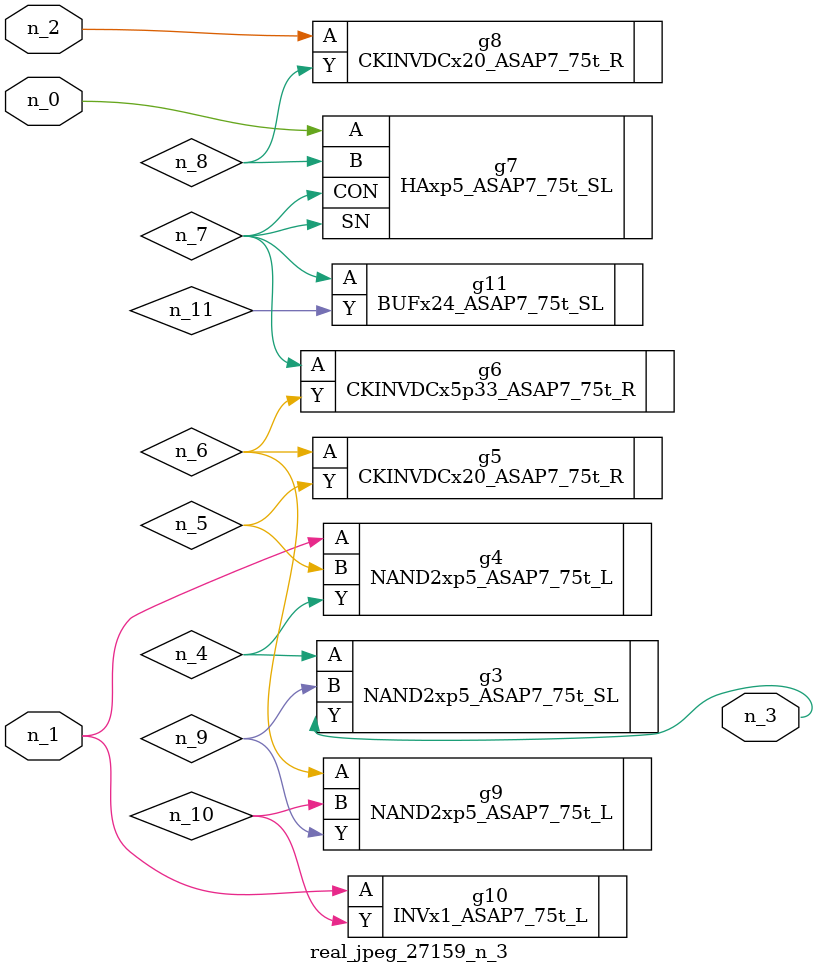
<source format=v>
module real_jpeg_27159_n_3 (n_1, n_0, n_2, n_3);

input n_1;
input n_0;
input n_2;

output n_3;

wire n_5;
wire n_8;
wire n_4;
wire n_6;
wire n_7;
wire n_10;
wire n_9;

HAxp5_ASAP7_75t_SL g7 ( 
.A(n_0),
.B(n_8),
.CON(n_7),
.SN(n_7)
);

NAND2xp5_ASAP7_75t_L g4 ( 
.A(n_1),
.B(n_5),
.Y(n_4)
);

INVx1_ASAP7_75t_L g10 ( 
.A(n_1),
.Y(n_10)
);

CKINVDCx20_ASAP7_75t_R g8 ( 
.A(n_2),
.Y(n_8)
);

NAND2xp5_ASAP7_75t_SL g3 ( 
.A(n_4),
.B(n_9),
.Y(n_3)
);

CKINVDCx20_ASAP7_75t_R g5 ( 
.A(n_6),
.Y(n_5)
);

NAND2xp5_ASAP7_75t_L g9 ( 
.A(n_6),
.B(n_10),
.Y(n_9)
);

CKINVDCx5p33_ASAP7_75t_R g6 ( 
.A(n_7),
.Y(n_6)
);

BUFx24_ASAP7_75t_SL g11 ( 
.A(n_7),
.Y(n_11)
);


endmodule
</source>
